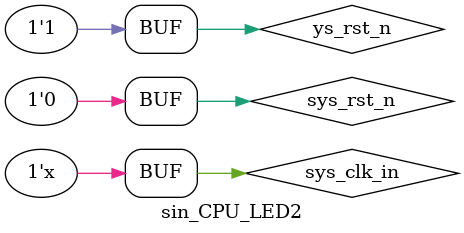
<source format=v>
`timescale 1ns / 1ps


module sin_CPU_LED2(

    );
     reg sys_clk_in,sys_rst_n;
     wire[7:0]  seg_cs_pin,
             seg_data_0_pin,
             seg_data_1_pin;
       wire  [3:0]btn_pin;
       wire [3:0]led_pin;
      initial
             begin
                 sys_clk_in=1'b1;
                 sys_rst_n=1'b0;
                 #3sys_rst_n=1'b1;
             end

         always#5
             sys_clk_in=~sys_clk_in;
             
         CPU_LED CL(
             sys_clk_in, sys_rst_n,
             btn_pin,
             seg_cs_pin,
             seg_data_0_pin,
             seg_data_1_pin,
             led_pin);
endmodule

</source>
